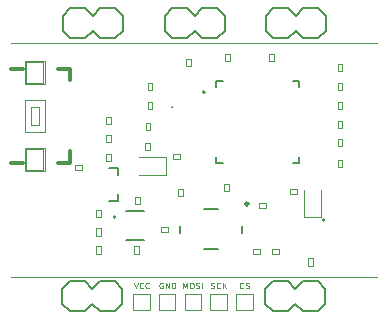
<source format=gbr>
%TF.GenerationSoftware,KiCad,Pcbnew,(5.1.6)-1*%
%TF.CreationDate,2020-12-06T14:18:51+01:00*%
%TF.ProjectId,Kicad_Smart_Watch,4b696361-645f-4536-9d61-72745f576174,rev?*%
%TF.SameCoordinates,Original*%
%TF.FileFunction,Legend,Top*%
%TF.FilePolarity,Positive*%
%FSLAX46Y46*%
G04 Gerber Fmt 4.6, Leading zero omitted, Abs format (unit mm)*
G04 Created by KiCad (PCBNEW (5.1.6)-1) date 2020-12-06 14:18:51*
%MOMM*%
%LPD*%
G01*
G04 APERTURE LIST*
%ADD10C,0.120000*%
%ADD11C,0.066040*%
%ADD12C,0.203200*%
%ADD13C,0.127000*%
%ADD14C,0.200000*%
%ADD15C,0.254000*%
%ADD16C,0.304800*%
%ADD17C,0.125000*%
G04 APERTURE END LIST*
D10*
X117348000Y-73977500D02*
X86360000Y-73977500D01*
X117348000Y-93726000D02*
X86360000Y-93726000D01*
D11*
%TO.C,C7*%
X94825820Y-80218280D02*
X94825820Y-80817720D01*
X94825820Y-80817720D02*
X94429580Y-80817720D01*
X94429580Y-80218280D02*
X94429580Y-80817720D01*
X94825820Y-80218280D02*
X94429580Y-80218280D01*
D12*
%TO.C,SW1*%
X112344200Y-96647000D02*
X111074200Y-96647000D01*
X111074200Y-96647000D02*
X110439200Y-96012000D01*
X110439200Y-94742000D02*
X111074200Y-94107000D01*
X110439200Y-96012000D02*
X109804200Y-96647000D01*
X109804200Y-96647000D02*
X108534200Y-96647000D01*
X108534200Y-96647000D02*
X107899200Y-96012000D01*
X107899200Y-94742000D02*
X108534200Y-94107000D01*
X108534200Y-94107000D02*
X109804200Y-94107000D01*
X109804200Y-94107000D02*
X110439200Y-94742000D01*
X112979200Y-96012000D02*
X112979200Y-94742000D01*
X112344200Y-96647000D02*
X112979200Y-96012000D01*
X112979200Y-94742000D02*
X112344200Y-94107000D01*
X111074200Y-94107000D02*
X112344200Y-94107000D01*
X107899200Y-96012000D02*
X107899200Y-94742000D01*
%TO.C,SW3*%
X95173800Y-96647000D02*
X93903800Y-96647000D01*
X93903800Y-96647000D02*
X93268800Y-96012000D01*
X93268800Y-94742000D02*
X93903800Y-94107000D01*
X93268800Y-96012000D02*
X92633800Y-96647000D01*
X92633800Y-96647000D02*
X91363800Y-96647000D01*
X91363800Y-96647000D02*
X90728800Y-96012000D01*
X90728800Y-94742000D02*
X91363800Y-94107000D01*
X91363800Y-94107000D02*
X92633800Y-94107000D01*
X92633800Y-94107000D02*
X93268800Y-94742000D01*
X95808800Y-96012000D02*
X95808800Y-94742000D01*
X95173800Y-96647000D02*
X95808800Y-96012000D01*
X95808800Y-94742000D02*
X95173800Y-94107000D01*
X93903800Y-94107000D02*
X95173800Y-94107000D01*
X90728800Y-96012000D02*
X90728800Y-94742000D01*
%TO.C,SW4*%
X108585000Y-71018400D02*
X109855000Y-71018400D01*
X109855000Y-71018400D02*
X110490000Y-71653400D01*
X110490000Y-72923400D02*
X109855000Y-73558400D01*
X110490000Y-71653400D02*
X111125000Y-71018400D01*
X111125000Y-71018400D02*
X112395000Y-71018400D01*
X112395000Y-71018400D02*
X113030000Y-71653400D01*
X113030000Y-72923400D02*
X112395000Y-73558400D01*
X112395000Y-73558400D02*
X111125000Y-73558400D01*
X111125000Y-73558400D02*
X110490000Y-72923400D01*
X107950000Y-71653400D02*
X107950000Y-72923400D01*
X108585000Y-71018400D02*
X107950000Y-71653400D01*
X107950000Y-72923400D02*
X108585000Y-73558400D01*
X109855000Y-73558400D02*
X108585000Y-73558400D01*
X113030000Y-71653400D02*
X113030000Y-72923400D01*
%TO.C,SW2*%
X95199200Y-73558400D02*
X93929200Y-73558400D01*
X93929200Y-73558400D02*
X93294200Y-72923400D01*
X93294200Y-71653400D02*
X93929200Y-71018400D01*
X93294200Y-72923400D02*
X92659200Y-73558400D01*
X92659200Y-73558400D02*
X91389200Y-73558400D01*
X91389200Y-73558400D02*
X90754200Y-72923400D01*
X90754200Y-71653400D02*
X91389200Y-71018400D01*
X91389200Y-71018400D02*
X92659200Y-71018400D01*
X92659200Y-71018400D02*
X93294200Y-71653400D01*
X95834200Y-72923400D02*
X95834200Y-71653400D01*
X95199200Y-73558400D02*
X95834200Y-72923400D01*
X95834200Y-71653400D02*
X95199200Y-71018400D01*
X93929200Y-71018400D02*
X95199200Y-71018400D01*
X90754200Y-72923400D02*
X90754200Y-71653400D01*
D13*
%TO.C,U4*%
X96151000Y-90613000D02*
X97651000Y-90613000D01*
X96151000Y-88203000D02*
X97651000Y-88203000D01*
D14*
X95256000Y-88658000D02*
G75*
G03*
X95256000Y-88658000I-100000J0D01*
G01*
D13*
%TO.C,U5*%
X103776900Y-77132300D02*
X103776900Y-77682300D01*
X103776900Y-84132300D02*
X103776900Y-83582300D01*
X110776900Y-77132300D02*
X110776900Y-77682300D01*
X110776900Y-84132300D02*
X110776900Y-83582300D01*
X103776900Y-77132300D02*
X104326900Y-77132300D01*
X103776900Y-84132300D02*
X104326900Y-84132300D01*
X110776900Y-77132300D02*
X110226900Y-77132300D01*
X110776900Y-84132300D02*
X110226900Y-84132300D01*
D14*
X102806900Y-78132300D02*
G75*
G03*
X102806900Y-78132300I-100000J0D01*
G01*
D10*
%TO.C,D2*%
X112647400Y-88683200D02*
X112647400Y-86398200D01*
X111177400Y-88683200D02*
X112647400Y-88683200D01*
X111177400Y-86398200D02*
X111177400Y-88683200D01*
D12*
%TO.C,Y1*%
X105925620Y-90012520D02*
X105925620Y-89413080D01*
X102727760Y-88013540D02*
X103926640Y-88013540D01*
X100728780Y-90012520D02*
X100728780Y-89413080D01*
X103926640Y-91412060D02*
X102727760Y-91412060D01*
D15*
X106502200Y-87553800D02*
G75*
G03*
X106502200Y-87553800I-127000J0D01*
G01*
D16*
%TO.C,U3*%
X87393780Y-84109560D02*
X86393020Y-84109560D01*
X87393780Y-76113640D02*
X86393020Y-76113640D01*
X91391740Y-84109560D02*
X91391740Y-83111340D01*
X90390980Y-84109560D02*
X91391740Y-84109560D01*
X91391740Y-76113640D02*
X91391740Y-77111860D01*
X90390980Y-76118720D02*
X90390980Y-76113640D01*
X91371420Y-76118720D02*
X90390980Y-76118720D01*
D11*
X87543640Y-81460340D02*
X87543640Y-78762860D01*
X87543640Y-78762860D02*
X89240360Y-78762860D01*
X89240360Y-81460340D02*
X89240360Y-78762860D01*
X87543640Y-81460340D02*
X89240360Y-81460340D01*
X87543640Y-84795360D02*
X87543640Y-82793840D01*
X87543640Y-82793840D02*
X89240360Y-82793840D01*
X89240360Y-84795360D02*
X89240360Y-82793840D01*
X87543640Y-84795360D02*
X89240360Y-84795360D01*
X87543640Y-77429360D02*
X87543640Y-75427840D01*
X87543640Y-75427840D02*
X89240360Y-75427840D01*
X89240360Y-77429360D02*
X89240360Y-75427840D01*
X87543640Y-77429360D02*
X89240360Y-77429360D01*
X87642700Y-84693760D02*
X87642700Y-82895440D01*
X87642700Y-82895440D02*
X89141300Y-82895440D01*
X89141300Y-84693760D02*
X89141300Y-82895440D01*
X87642700Y-84693760D02*
X89141300Y-84693760D01*
X88044020Y-80860900D02*
X88044020Y-79362300D01*
X88044020Y-79362300D02*
X88739980Y-79362300D01*
X88739980Y-80860900D02*
X88739980Y-79362300D01*
X88044020Y-80860900D02*
X88739980Y-80860900D01*
X87642700Y-77327760D02*
X87642700Y-75529440D01*
X87642700Y-75529440D02*
X89141300Y-75529440D01*
X89141300Y-77327760D02*
X89141300Y-75529440D01*
X87642700Y-77327760D02*
X89141300Y-77327760D01*
D10*
%TO.C,D3*%
X99529000Y-83618400D02*
X97244000Y-83618400D01*
X99529000Y-85088400D02*
X99529000Y-83618400D01*
X97244000Y-85088400D02*
X99529000Y-85088400D01*
D11*
%TO.C,C9*%
X101594920Y-75290680D02*
X101594920Y-75890120D01*
X101594920Y-75890120D02*
X101198680Y-75890120D01*
X101198680Y-75290680D02*
X101198680Y-75890120D01*
X101594920Y-75290680D02*
X101198680Y-75290680D01*
D14*
%TO.C,U1*%
X112930600Y-88924000D02*
G75*
G03*
X112930600Y-88924000I-100000J0D01*
G01*
D12*
%TO.C,J1*%
X104470200Y-71653400D02*
X104470200Y-72923400D01*
X101295200Y-73558400D02*
X100025200Y-73558400D01*
X99390200Y-72923400D02*
X100025200Y-73558400D01*
X100025200Y-71018400D02*
X99390200Y-71653400D01*
X99390200Y-71653400D02*
X99390200Y-72923400D01*
X102565200Y-73558400D02*
X101930200Y-72923400D01*
X103835200Y-73558400D02*
X102565200Y-73558400D01*
X104470200Y-72923400D02*
X103835200Y-73558400D01*
X103835200Y-71018400D02*
X104470200Y-71653400D01*
X102565200Y-71018400D02*
X103835200Y-71018400D01*
X101930200Y-71653400D02*
X102565200Y-71018400D01*
X101930200Y-72923400D02*
X101295200Y-73558400D01*
X101295200Y-71018400D02*
X101930200Y-71653400D01*
X100025200Y-71018400D02*
X101295200Y-71018400D01*
D13*
%TO.C,D4*%
X100048400Y-79384400D02*
G75*
G03*
X100048400Y-79384400I-50000J0D01*
G01*
D12*
%TO.C,Q1*%
X95465900Y-87353140D02*
X94668340Y-87353140D01*
X95465900Y-86751160D02*
X95465900Y-87353140D01*
X95465900Y-84554060D02*
X94668340Y-84554060D01*
X95465900Y-85156040D02*
X95465900Y-84554060D01*
D10*
%TO.C,CS*%
X105446600Y-96572300D02*
X105446600Y-95172300D01*
X106846600Y-96572300D02*
X105446600Y-96572300D01*
X106846600Y-95172300D02*
X106846600Y-96572300D01*
X105446600Y-95172300D02*
X106846600Y-95172300D01*
%TO.C,MOSI*%
X101103200Y-96572300D02*
X101103200Y-95172300D01*
X102503200Y-96572300D02*
X101103200Y-96572300D01*
X102503200Y-95172300D02*
X102503200Y-96572300D01*
X101103200Y-95172300D02*
X102503200Y-95172300D01*
%TO.C,SCK*%
X103262200Y-96572300D02*
X103262200Y-95172300D01*
X104662200Y-96572300D02*
X103262200Y-96572300D01*
X104662200Y-95172300D02*
X104662200Y-96572300D01*
X103262200Y-95172300D02*
X104662200Y-95172300D01*
%TO.C,GND*%
X98918800Y-96572300D02*
X98918800Y-95172300D01*
X100318800Y-96572300D02*
X98918800Y-96572300D01*
X100318800Y-95172300D02*
X100318800Y-96572300D01*
X98918800Y-95172300D02*
X100318800Y-95172300D01*
%TO.C,VCC*%
X96759800Y-96572300D02*
X96759800Y-95172300D01*
X98159800Y-96572300D02*
X96759800Y-96572300D01*
X98159800Y-95172300D02*
X98159800Y-96572300D01*
X96759800Y-95172300D02*
X98159800Y-95172300D01*
D11*
%TO.C,C1*%
X107513120Y-91780360D02*
X106913680Y-91780360D01*
X106913680Y-91780360D02*
X106913680Y-91384120D01*
X107513120Y-91384120D02*
X106913680Y-91384120D01*
X107513120Y-91780360D02*
X107513120Y-91384120D01*
%TO.C,C2*%
X109087920Y-91780360D02*
X108488480Y-91780360D01*
X108488480Y-91780360D02*
X108488480Y-91384120D01*
X109087920Y-91384120D02*
X108488480Y-91384120D01*
X109087920Y-91780360D02*
X109087920Y-91384120D01*
%TO.C,C5*%
X100563680Y-86888320D02*
X100563680Y-86288880D01*
X100563680Y-86288880D02*
X100959920Y-86288880D01*
X100959920Y-86888320D02*
X100959920Y-86288880D01*
X100563680Y-86888320D02*
X100959920Y-86888320D01*
%TO.C,C6*%
X107995720Y-87904320D02*
X107396280Y-87904320D01*
X107396280Y-87904320D02*
X107396280Y-87508080D01*
X107995720Y-87508080D02*
X107396280Y-87508080D01*
X107995720Y-87904320D02*
X107995720Y-87508080D01*
%TO.C,C10*%
X108234480Y-75432920D02*
X108234480Y-74833480D01*
X108234480Y-74833480D02*
X108630720Y-74833480D01*
X108630720Y-75432920D02*
X108630720Y-74833480D01*
X108234480Y-75432920D02*
X108630720Y-75432920D01*
%TO.C,C11*%
X97795080Y-81325720D02*
X97795080Y-80726280D01*
X97795080Y-80726280D02*
X98191320Y-80726280D01*
X98191320Y-81325720D02*
X98191320Y-80726280D01*
X97795080Y-81325720D02*
X98191320Y-81325720D01*
%TO.C,C12*%
X98164060Y-82402680D02*
X98164060Y-83002120D01*
X98164060Y-83002120D02*
X97767820Y-83002120D01*
X97767820Y-82402680D02*
X97767820Y-83002120D01*
X98164060Y-82402680D02*
X97767820Y-82402680D01*
%TO.C,C14*%
X114051080Y-82633820D02*
X114051080Y-82034380D01*
X114051080Y-82034380D02*
X114447320Y-82034380D01*
X114447320Y-82633820D02*
X114447320Y-82034380D01*
X114051080Y-82633820D02*
X114447320Y-82633820D01*
%TO.C,C15*%
X114051080Y-81109820D02*
X114051080Y-80510380D01*
X114051080Y-80510380D02*
X114447320Y-80510380D01*
X114447320Y-81109820D02*
X114447320Y-80510380D01*
X114051080Y-81109820D02*
X114447320Y-81109820D01*
%TO.C,C16*%
X114051080Y-76347320D02*
X114051080Y-75747880D01*
X114051080Y-75747880D02*
X114447320Y-75747880D01*
X114447320Y-76347320D02*
X114447320Y-75747880D01*
X114051080Y-76347320D02*
X114447320Y-76347320D01*
%TO.C,C17*%
X93974920Y-88041480D02*
X93974920Y-88640920D01*
X93974920Y-88640920D02*
X93578680Y-88640920D01*
X93578680Y-88041480D02*
X93578680Y-88640920D01*
X93974920Y-88041480D02*
X93578680Y-88041480D01*
%TO.C,C18*%
X97289620Y-87012780D02*
X97289620Y-87612220D01*
X97289620Y-87612220D02*
X96893380Y-87612220D01*
X96893380Y-87012780D02*
X96893380Y-87612220D01*
X97289620Y-87012780D02*
X96893380Y-87012780D01*
%TO.C,L1*%
X99689920Y-89936320D02*
X99090480Y-89936320D01*
X99090480Y-89936320D02*
X99090480Y-89540080D01*
X99689920Y-89540080D02*
X99090480Y-89540080D01*
X99689920Y-89936320D02*
X99689920Y-89540080D01*
%TO.C,R1*%
X94429580Y-82316320D02*
X94429580Y-81716880D01*
X94429580Y-81716880D02*
X94825820Y-81716880D01*
X94825820Y-82316320D02*
X94825820Y-81716880D01*
X94429580Y-82316320D02*
X94825820Y-82316320D01*
%TO.C,R2*%
X93974920Y-89641680D02*
X93974920Y-90241120D01*
X93974920Y-90241120D02*
X93578680Y-90241120D01*
X93578680Y-89641680D02*
X93578680Y-90241120D01*
X93974920Y-89641680D02*
X93578680Y-89641680D01*
%TO.C,R3*%
X94429580Y-83916520D02*
X94429580Y-83317080D01*
X94429580Y-83317080D02*
X94825820Y-83317080D01*
X94825820Y-83916520D02*
X94825820Y-83317080D01*
X94429580Y-83916520D02*
X94825820Y-83916520D01*
%TO.C,R4*%
X104820720Y-85907880D02*
X104820720Y-86507320D01*
X104820720Y-86507320D02*
X104424480Y-86507320D01*
X104424480Y-85907880D02*
X104424480Y-86507320D01*
X104820720Y-85907880D02*
X104424480Y-85907880D01*
%TO.C,R5*%
X98369120Y-77297280D02*
X97972880Y-77297280D01*
X97972880Y-77297280D02*
X97972880Y-77896720D01*
X98369120Y-77896720D02*
X97972880Y-77896720D01*
X98369120Y-77297280D02*
X98369120Y-77896720D01*
%TO.C,R6*%
X110012480Y-86314280D02*
X110611920Y-86314280D01*
X110611920Y-86314280D02*
X110611920Y-86710520D01*
X110012480Y-86710520D02*
X110611920Y-86710520D01*
X110012480Y-86314280D02*
X110012480Y-86710520D01*
%TO.C,R7*%
X98369120Y-78897480D02*
X97972880Y-78897480D01*
X97972880Y-78897480D02*
X97972880Y-79496920D01*
X98369120Y-79496920D02*
X97972880Y-79496920D01*
X98369120Y-78897480D02*
X98369120Y-79496920D01*
%TO.C,R8*%
X91775280Y-84307680D02*
X92374720Y-84307680D01*
X92374720Y-84307680D02*
X92374720Y-84703920D01*
X91775280Y-84703920D02*
X92374720Y-84703920D01*
X91775280Y-84307680D02*
X91775280Y-84703920D01*
%TO.C,R9*%
X111534420Y-92781120D02*
X111534420Y-92181680D01*
X111534420Y-92181680D02*
X111930660Y-92181680D01*
X111930660Y-92781120D02*
X111930660Y-92181680D01*
X111534420Y-92781120D02*
X111930660Y-92781120D01*
%TO.C,R10*%
X93578680Y-91765120D02*
X93578680Y-91165680D01*
X93578680Y-91165680D02*
X93974920Y-91165680D01*
X93974920Y-91765120D02*
X93974920Y-91165680D01*
X93578680Y-91765120D02*
X93974920Y-91765120D01*
%TO.C,R11*%
X100081080Y-83327220D02*
X100680520Y-83327220D01*
X100680520Y-83327220D02*
X100680520Y-83723460D01*
X100081080Y-83723460D02*
X100680520Y-83723460D01*
X100081080Y-83327220D02*
X100081080Y-83723460D01*
%TO.C,R12*%
X104947720Y-74833480D02*
X104947720Y-75432920D01*
X104947720Y-75432920D02*
X104551480Y-75432920D01*
X104551480Y-74833480D02*
X104551480Y-75432920D01*
X104947720Y-74833480D02*
X104551480Y-74833480D01*
%TO.C,R13*%
X114447320Y-83850480D02*
X114447320Y-84449920D01*
X114447320Y-84449920D02*
X114051080Y-84449920D01*
X114051080Y-83850480D02*
X114051080Y-84449920D01*
X114447320Y-83850480D02*
X114051080Y-83850480D01*
%TO.C,R14*%
X114447320Y-78922880D02*
X114447320Y-79522320D01*
X114447320Y-79522320D02*
X114051080Y-79522320D01*
X114051080Y-78922880D02*
X114051080Y-79522320D01*
X114447320Y-78922880D02*
X114051080Y-78922880D01*
%TO.C,R15*%
X114447320Y-77335380D02*
X114447320Y-77934820D01*
X114447320Y-77934820D02*
X114051080Y-77934820D01*
X114051080Y-77335380D02*
X114051080Y-77934820D01*
X114447320Y-77335380D02*
X114051080Y-77335380D01*
%TO.C,R16*%
X97226120Y-91165680D02*
X97226120Y-91765120D01*
X97226120Y-91765120D02*
X96829880Y-91765120D01*
X96829880Y-91165680D02*
X96829880Y-91765120D01*
X97226120Y-91165680D02*
X96829880Y-91165680D01*
%TO.C,CS*%
D17*
X106063266Y-94679271D02*
X106039457Y-94703080D01*
X105968028Y-94726890D01*
X105920409Y-94726890D01*
X105848980Y-94703080D01*
X105801361Y-94655461D01*
X105777552Y-94607842D01*
X105753742Y-94512604D01*
X105753742Y-94441176D01*
X105777552Y-94345938D01*
X105801361Y-94298319D01*
X105848980Y-94250700D01*
X105920409Y-94226890D01*
X105968028Y-94226890D01*
X106039457Y-94250700D01*
X106063266Y-94274509D01*
X106253742Y-94703080D02*
X106325171Y-94726890D01*
X106444219Y-94726890D01*
X106491838Y-94703080D01*
X106515647Y-94679271D01*
X106539457Y-94631652D01*
X106539457Y-94584033D01*
X106515647Y-94536414D01*
X106491838Y-94512604D01*
X106444219Y-94488795D01*
X106348980Y-94464985D01*
X106301361Y-94441176D01*
X106277552Y-94417366D01*
X106253742Y-94369747D01*
X106253742Y-94322128D01*
X106277552Y-94274509D01*
X106301361Y-94250700D01*
X106348980Y-94226890D01*
X106468028Y-94226890D01*
X106539457Y-94250700D01*
%TO.C,MOSI*%
X100966685Y-94726890D02*
X100966685Y-94226890D01*
X101133352Y-94584033D01*
X101300019Y-94226890D01*
X101300019Y-94726890D01*
X101633352Y-94226890D02*
X101728590Y-94226890D01*
X101776209Y-94250700D01*
X101823828Y-94298319D01*
X101847638Y-94393557D01*
X101847638Y-94560223D01*
X101823828Y-94655461D01*
X101776209Y-94703080D01*
X101728590Y-94726890D01*
X101633352Y-94726890D01*
X101585733Y-94703080D01*
X101538114Y-94655461D01*
X101514304Y-94560223D01*
X101514304Y-94393557D01*
X101538114Y-94298319D01*
X101585733Y-94250700D01*
X101633352Y-94226890D01*
X102038114Y-94703080D02*
X102109542Y-94726890D01*
X102228590Y-94726890D01*
X102276209Y-94703080D01*
X102300019Y-94679271D01*
X102323828Y-94631652D01*
X102323828Y-94584033D01*
X102300019Y-94536414D01*
X102276209Y-94512604D01*
X102228590Y-94488795D01*
X102133352Y-94464985D01*
X102085733Y-94441176D01*
X102061923Y-94417366D01*
X102038114Y-94369747D01*
X102038114Y-94322128D01*
X102061923Y-94274509D01*
X102085733Y-94250700D01*
X102133352Y-94226890D01*
X102252400Y-94226890D01*
X102323828Y-94250700D01*
X102538114Y-94726890D02*
X102538114Y-94226890D01*
%TO.C,SCK*%
X103319342Y-94703080D02*
X103390771Y-94726890D01*
X103509819Y-94726890D01*
X103557438Y-94703080D01*
X103581247Y-94679271D01*
X103605057Y-94631652D01*
X103605057Y-94584033D01*
X103581247Y-94536414D01*
X103557438Y-94512604D01*
X103509819Y-94488795D01*
X103414580Y-94464985D01*
X103366961Y-94441176D01*
X103343152Y-94417366D01*
X103319342Y-94369747D01*
X103319342Y-94322128D01*
X103343152Y-94274509D01*
X103366961Y-94250700D01*
X103414580Y-94226890D01*
X103533628Y-94226890D01*
X103605057Y-94250700D01*
X104105057Y-94679271D02*
X104081247Y-94703080D01*
X104009819Y-94726890D01*
X103962200Y-94726890D01*
X103890771Y-94703080D01*
X103843152Y-94655461D01*
X103819342Y-94607842D01*
X103795533Y-94512604D01*
X103795533Y-94441176D01*
X103819342Y-94345938D01*
X103843152Y-94298319D01*
X103890771Y-94250700D01*
X103962200Y-94226890D01*
X104009819Y-94226890D01*
X104081247Y-94250700D01*
X104105057Y-94274509D01*
X104319342Y-94726890D02*
X104319342Y-94226890D01*
X104605057Y-94726890D02*
X104390771Y-94441176D01*
X104605057Y-94226890D02*
X104319342Y-94512604D01*
%TO.C,GND*%
X99237847Y-94250700D02*
X99190228Y-94226890D01*
X99118800Y-94226890D01*
X99047371Y-94250700D01*
X98999752Y-94298319D01*
X98975942Y-94345938D01*
X98952133Y-94441176D01*
X98952133Y-94512604D01*
X98975942Y-94607842D01*
X98999752Y-94655461D01*
X99047371Y-94703080D01*
X99118800Y-94726890D01*
X99166419Y-94726890D01*
X99237847Y-94703080D01*
X99261657Y-94679271D01*
X99261657Y-94512604D01*
X99166419Y-94512604D01*
X99475942Y-94726890D02*
X99475942Y-94226890D01*
X99761657Y-94726890D01*
X99761657Y-94226890D01*
X99999752Y-94726890D02*
X99999752Y-94226890D01*
X100118800Y-94226890D01*
X100190228Y-94250700D01*
X100237847Y-94298319D01*
X100261657Y-94345938D01*
X100285466Y-94441176D01*
X100285466Y-94512604D01*
X100261657Y-94607842D01*
X100237847Y-94655461D01*
X100190228Y-94703080D01*
X100118800Y-94726890D01*
X99999752Y-94726890D01*
%TO.C,VCC*%
X96797732Y-94226890D02*
X96964399Y-94726890D01*
X97131065Y-94226890D01*
X97583446Y-94679271D02*
X97559637Y-94703080D01*
X97488208Y-94726890D01*
X97440589Y-94726890D01*
X97369160Y-94703080D01*
X97321541Y-94655461D01*
X97297732Y-94607842D01*
X97273922Y-94512604D01*
X97273922Y-94441176D01*
X97297732Y-94345938D01*
X97321541Y-94298319D01*
X97369160Y-94250700D01*
X97440589Y-94226890D01*
X97488208Y-94226890D01*
X97559637Y-94250700D01*
X97583446Y-94274509D01*
X98083446Y-94679271D02*
X98059637Y-94703080D01*
X97988208Y-94726890D01*
X97940589Y-94726890D01*
X97869160Y-94703080D01*
X97821541Y-94655461D01*
X97797732Y-94607842D01*
X97773922Y-94512604D01*
X97773922Y-94441176D01*
X97797732Y-94345938D01*
X97821541Y-94298319D01*
X97869160Y-94250700D01*
X97940589Y-94226890D01*
X97988208Y-94226890D01*
X98059637Y-94250700D01*
X98083446Y-94274509D01*
%TD*%
M02*

</source>
